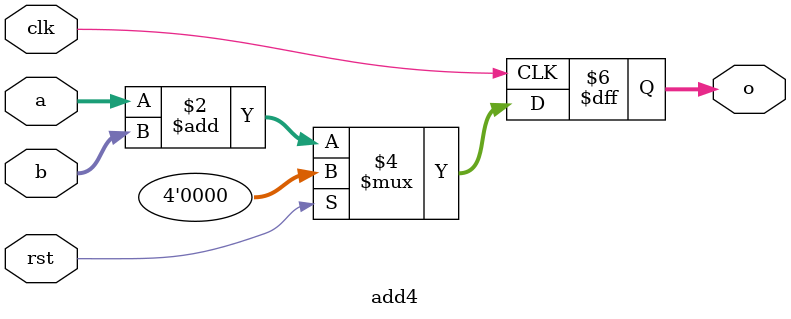
<source format=v>
module add4(
    input [3:0] a,
    input [3:0] b,
    input clk,
    input rst,
    output reg [3:0] o
);

always @ (posedge clk) begin
    if (rst)
        o <= 1'b0;
    else 
        o <= a + b;
end

endmodule
</source>
